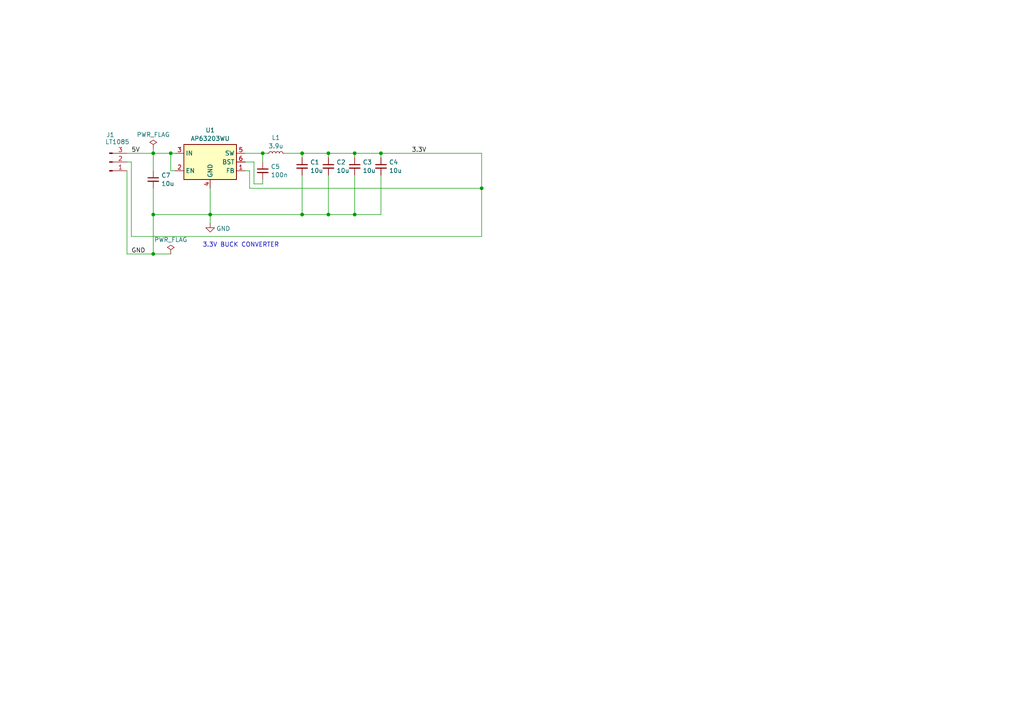
<source format=kicad_sch>
(kicad_sch (version 20231120) (generator "eeschema") (generator_version "8.0")
  (paper "A4")
  (lib_symbols
    (symbol "Connector:Conn_01x03_Pin" (pin_names (offset 1.016) hide)
      (property "Reference" "J" (at 0 5.08 0))
      (property "Value" "Conn_01x03_Pin" (at 0 -5.08 0))
      (symbol "Conn_01x03_Pin_1_1"
        (polyline (pts (xy 1.27 -2.54) (xy 0.8636 -2.54)) (stroke (width 0.1524)))
        (polyline (pts (xy 1.27 0) (xy 0.8636 0)) (stroke (width 0.1524)))
        (polyline (pts (xy 1.27 2.54) (xy 0.8636 2.54)) (stroke (width 0.1524)))
        (rectangle (start 0.8636 -2.413) (end 0 -2.667) (stroke (width 0.1524)) (fill (type outline)))
        (rectangle (start 0.8636 0.127) (end 0 -0.127) (stroke (width 0.1524)) (fill (type outline)))
        (rectangle (start 0.8636 2.667) (end 0 2.413) (stroke (width 0.1524)) (fill (type outline)))
        (pin passive line (at 5.08 2.54 180) (length 3.81) (name "Pin_1") (number "1"))
        (pin passive line (at 5.08 0 180) (length 3.81) (name "Pin_2") (number "2"))
        (pin passive line (at 5.08 -2.54 180) (length 3.81) (name "Pin_3") (number "3"))
      )
    )
    (symbol "Device:C_Small" (pin_numbers hide) (pin_names (offset 0.254) hide)
      (property "Reference" "C" (at 0.254 1.778 0))
      (property "Value" "C_Small" (at 0.254 -2.032 0))
      (symbol "C_Small_0_1"
        (polyline (pts (xy -1.524 -0.508) (xy 1.524 -0.508)) (stroke (width 0.3302)))
        (polyline (pts (xy -1.524 0.508) (xy 1.524 0.508)) (stroke (width 0.3048)))
      )
      (symbol "C_Small_1_1"
        (pin passive line (at 0 2.54 270) (length 2.032) (name "~") (number "1"))
        (pin passive line (at 0 -2.54 90) (length 2.032) (name "~") (number "2"))
      )
    )
    (symbol "Device:L_Small" (pin_numbers hide) (pin_names (offset 0.254) hide)
      (property "Reference" "L" (at 0.762 1.016 0))
      (property "Value" "L_Small" (at 0.762 -1.016 0))
      (symbol "L_Small_0_1"
        (arc (start 0 -2.032) (mid 0.5058 -1.524) (end 0 -1.016))
        (arc (start 0 -1.016) (mid 0.5058 -0.508) (end 0 0))
        (arc (start 0 0) (mid 0.5058 0.508) (end 0 1.016))
        (arc (start 0 1.016) (mid 0.5058 1.524) (end 0 2.032))
      )
      (symbol "L_Small_1_1"
        (pin passive line (at 0 2.54 270) (length 0.508) (name "~") (number "1"))
        (pin passive line (at 0 -2.54 90) (length 0.508) (name "~") (number "2"))
      )
    )
    (symbol "Regulator_Switching:AP63203WU"
      (property "Reference" "U" (at -7.62 6.35 0))
      (property "Value" "AP63203WU" (at 2.54 6.35 0))
      (symbol "AP63203WU_0_1"
        (rectangle (start -7.62 5.08) (end 7.62 -5.08) (stroke (width 0.254)) (fill (type background)))
      )
      (symbol "AP63203WU_1_1"
        (pin input line (at 10.16 -2.54 180) (length 2.54) (name "FB") (number "1"))
        (pin input line (at -10.16 -2.54 0) (length 2.54) (name "EN") (number "2"))
        (pin power_in line (at -10.16 2.54 0) (length 2.54) (name "IN") (number "3"))
        (pin power_in line (at 0 -7.62 90) (length 2.54) (name "GND") (number "4"))
        (pin output line (at 10.16 2.54 180) (length 2.54) (name "SW") (number "5"))
        (pin passive line (at 10.16 0 180) (length 2.54) (name "BST") (number "6"))
      )
    )
    (symbol "power:GND" (power) (pin_numbers hide) (pin_names (offset 0) hide)
      (property "Value" "GND" (at 0 -3.81 0))
      (symbol "GND_0_1"
        (polyline (pts (xy 0 0) (xy 0 -1.27) (xy 1.27 -1.27) (xy 0 -2.54) (xy -1.27 -1.27) (xy 0 -1.27)))
      )
      (symbol "GND_1_1"
        (pin power_in line (at 0 0 270) (length 0) (name "~") (number "1"))
      )
    )
    (symbol "power:PWR_FLAG" (power) (pin_numbers hide) (pin_names (offset 0) hide)
      (property "Value" "PWR_FLAG" (at 0 3.81 0))
      (symbol "PWR_FLAG_0_0"
        (pin power_out line (at 0 0 90) (length 0) (name "~") (number "1"))
      )
      (symbol "PWR_FLAG_0_1"
        (polyline (pts (xy 0 0) (xy 0 1.27) (xy -1.016 1.905) (xy 0 2.54) (xy 1.016 1.905) (xy 0 1.27)))
      )
    )
  )
  (junction (at 102.87 44.45))
  (junction (at 76.2 44.45))
  (junction (at 95.25 44.45))
  (junction (at 44.45 62.23))
  (junction (at 139.7 54.61))
  (junction (at 95.25 62.23))
  (junction (at 110.49 44.45))
  (junction (at 87.63 62.23))
  (junction (at 102.87 62.23))
  (junction (at 60.96 62.23))
  (junction (at 87.63 44.45))
  (junction (at 44.45 73.66))
  (junction (at 49.53 44.45))
  (junction (at 44.45 44.45))
  (wire (pts (xy 82.55 44.45) (xy 87.63 44.45)))
  (wire (pts (xy 102.87 50.8) (xy 102.87 62.23)))
  (wire (pts (xy 139.7 54.61) (xy 139.7 44.45)))
  (wire (pts (xy 71.12 44.45) (xy 76.2 44.45)))
  (wire (pts (xy 44.45 73.66) (xy 49.53 73.66)))
  (wire (pts (xy 102.87 44.45) (xy 102.87 45.72)))
  (wire (pts (xy 36.83 44.45) (xy 44.45 44.45)))
  (wire (pts (xy 110.49 50.8) (xy 110.49 62.23)))
  (wire (pts (xy 76.2 53.34) (xy 76.2 52.07)))
  (wire (pts (xy 87.63 44.45) (xy 87.63 45.72)))
  (wire (pts (xy 44.45 62.23) (xy 60.96 62.23)))
  (wire (pts (xy 139.7 68.58) (xy 139.7 54.61)))
  (wire (pts (xy 60.96 62.23) (xy 87.63 62.23)))
  (wire (pts (xy 38.1 68.58) (xy 139.7 68.58)))
  (wire (pts (xy 44.45 44.45) (xy 49.53 44.45)))
  (wire (pts (xy 87.63 44.45) (xy 95.25 44.45)))
  (wire (pts (xy 36.83 46.99) (xy 38.1 46.99)))
  (wire (pts (xy 95.25 50.8) (xy 95.25 62.23)))
  (wire (pts (xy 102.87 44.45) (xy 110.49 44.45)))
  (wire (pts (xy 44.45 54.61) (xy 44.45 62.23)))
  (wire (pts (xy 49.53 44.45) (xy 50.8 44.45)))
  (wire (pts (xy 72.39 54.61) (xy 139.7 54.61)))
  (wire (pts (xy 72.39 49.53) (xy 71.12 49.53)))
  (wire (pts (xy 73.66 46.99) (xy 73.66 53.34)))
  (wire (pts (xy 60.96 54.61) (xy 60.96 62.23)))
  (wire (pts (xy 50.8 49.53) (xy 49.53 49.53)))
  (wire (pts (xy 73.66 53.34) (xy 76.2 53.34)))
  (wire (pts (xy 71.12 46.99) (xy 73.66 46.99)))
  (wire (pts (xy 102.87 62.23) (xy 110.49 62.23)))
  (wire (pts (xy 95.25 62.23) (xy 102.87 62.23)))
  (wire (pts (xy 110.49 44.45) (xy 139.7 44.45)))
  (wire (pts (xy 76.2 44.45) (xy 76.2 46.99)))
  (wire (pts (xy 87.63 62.23) (xy 95.25 62.23)))
  (wire (pts (xy 95.25 44.45) (xy 95.25 45.72)))
  (wire (pts (xy 72.39 49.53) (xy 72.39 54.61)))
  (wire (pts (xy 38.1 46.99) (xy 38.1 68.58)))
  (wire (pts (xy 60.96 62.23) (xy 60.96 64.77)))
  (wire (pts (xy 44.45 44.45) (xy 44.45 49.53)))
  (wire (pts (xy 110.49 44.45) (xy 110.49 45.72)))
  (wire (pts (xy 49.53 49.53) (xy 49.53 44.45)))
  (wire (pts (xy 44.45 43.18) (xy 44.45 44.45)))
  (wire (pts (xy 76.2 44.45) (xy 77.47 44.45)))
  (wire (pts (xy 36.83 73.66) (xy 44.45 73.66)))
  (wire (pts (xy 44.45 73.66) (xy 44.45 62.23)))
  (wire (pts (xy 87.63 50.8) (xy 87.63 62.23)))
  (wire (pts (xy 36.83 49.53) (xy 36.83 73.66)))
  (wire (pts (xy 95.25 44.45) (xy 102.87 44.45)))
  (text "3.3V BUCK CONVERTER" (at 69.85 71.12 0) (effects (font (size 1.27 1.27))))
  (label "GND" (at 38.1 73.66 0))
  (label "5V" (at 38.1 44.45 0))
  (label "3.3V" (at 119.38 44.45 0))
  (symbol (lib_id "Device:C_Small") (at 44.45 52.07 0) (unit 1)
    (property "Reference" "C7" (at 46.7741 50.8641 0) (effects (justify left)))
    (property "Value" "10u" (at 46.7741 53.2884 0) (effects (justify left)))
    (property "Footprint" "Capacitor_SMD:C_1206_3216Metric" (effects (hide yes)))
    (property "Description" "Unpolarized capacitor, small symbol" (effects (hide yes)))
  )
  (symbol (lib_id "power:PWR_FLAG") (at 44.45 43.18 0) (unit 1)
    (property "Reference" "#FLG01" (effects (hide yes)))
    (property "Value" "PWR_FLAG" (at 44.45 39.0469 0))
    (property "Description" "Special symbol for telling ERC where power comes from" (effects (hide yes)))
  )
  (symbol (lib_id "Device:C_Small") (at 87.63 48.26 0) (unit 1)
    (property "Reference" "C1" (at 89.9541 47.0541 0) (effects (justify left)))
    (property "Value" "10u" (at 89.9541 49.4784 0) (effects (justify left)))
    (property "Footprint" "Capacitor_SMD:C_1206_3216Metric" (effects (hide yes)))
    (property "Description" "Unpolarized capacitor, small symbol" (effects (hide yes)))
  )
  (symbol (lib_id "Device:C_Small") (at 95.25 48.26 0) (unit 1)
    (property "Reference" "C2" (at 97.5741 47.0541 0) (effects (justify left)))
    (property "Value" "10u" (at 97.5741 49.4784 0) (effects (justify left)))
    (property "Footprint" "Capacitor_SMD:C_1206_3216Metric" (effects (hide yes)))
    (property "Description" "Unpolarized capacitor, small symbol" (effects (hide yes)))
  )
  (symbol (lib_id "Regulator_Switching:AP63203WU") (at 60.96 46.99 0) (unit 1)
    (property "Reference" "U1" (at 60.96 37.7655 0))
    (property "Value" "AP63203WU" (at 60.96 40.1898 0))
    (property "Footprint" "Package_TO_SOT_SMD:TSOT-23-6" (effects (hide yes)))
    (property "Datasheet" "https://www.diodes.com/assets/Datasheets/AP63200-AP63201-AP63203-AP63205.pdf" (effects (hide yes)))
    (property "Description" "2A, 1.1MHz Buck DC/DC Converter, fixed 3.3V output voltage, TSOT-23-6" (effects (hide yes)))
  )
  (symbol (lib_id "power:PWR_FLAG") (at 49.53 73.66 0) (unit 1)
    (property "Reference" "#FLG02" (effects (hide yes)))
    (property "Value" "PWR_FLAG" (at 49.53 69.5269 0))
    (property "Description" "Special symbol for telling ERC where power comes from" (effects (hide yes)))
  )
  (symbol (lib_id "power:GND") (at 60.96 64.77 0) (unit 1)
    (property "Reference" "#PWR01" (effects (hide yes)))
    (property "Value" "GND" (at 64.77 66.294 0))
    (property "Description" "Power symbol creates a global label with name \"GND\" , ground" (effects (hide yes)))
  )
  (symbol (lib_id "Device:C_Small") (at 110.49 48.26 0) (unit 1)
    (property "Reference" "C4" (at 112.8141 47.0541 0) (effects (justify left)))
    (property "Value" "10u" (at 112.8141 49.4784 0) (effects (justify left)))
    (property "Footprint" "Capacitor_SMD:C_1206_3216Metric" (effects (hide yes)))
    (property "Description" "Unpolarized capacitor, small symbol" (effects (hide yes)))
  )
  (symbol (lib_id "Device:L_Small") (at 80.01 44.45 90) (unit 1)
    (property "Reference" "L1" (at 80.01 39.9267 90))
    (property "Value" "3.9u" (at 80.01 42.351 90))
    (property "Footprint" "Inductor_SMD:L_6.3x6.3_H3" (effects (hide yes)))
    (property "Description" "Inductor, small symbol" (effects (hide yes)))
  )
  (symbol (lib_id "Device:C_Small") (at 102.87 48.26 0) (unit 1)
    (property "Reference" "C3" (at 105.1941 47.0541 0) (effects (justify left)))
    (property "Value" "10u" (at 105.1941 49.4784 0) (effects (justify left)))
    (property "Footprint" "Capacitor_SMD:C_1206_3216Metric" (effects (hide yes)))
    (property "Description" "Unpolarized capacitor, small symbol" (effects (hide yes)))
  )
  (symbol (lib_id "Device:C_Small") (at 76.2 49.53 0) (unit 1)
    (property "Reference" "C5" (at 78.5241 48.3241 0) (effects (justify left)))
    (property "Value" "100n" (at 78.5241 50.7484 0) (effects (justify left)))
    (property "Footprint" "Capacitor_SMD:C_0805_2012Metric" (effects (hide yes)))
    (property "Description" "Unpolarized capacitor, small symbol" (effects (hide yes)))
  )
  (symbol (lib_id "Connector:Conn_01x03_Pin") (at 31.75 46.99 0) (mirror x) (unit 1)
    (property "Reference" "J1" (at 32.004 39.116 0))
    (property "Value" "LT1085" (at 34.036 41.148 0))
    (property "Footprint" "Connector_PinHeader_2.54mm:PinHeader_1x03_P2.54mm_Vertical" (effects (hide yes)))
    (property "Description" "Generic connector, single row, 01x03, script generated" (effects (hide yes)))
  )
)
</source>
